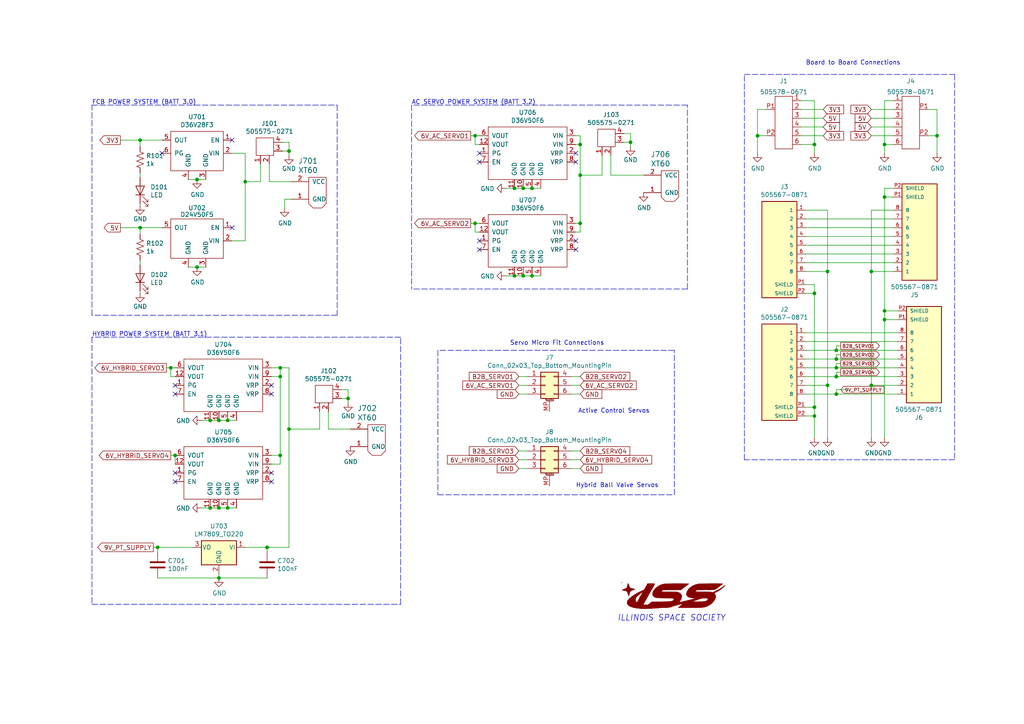
<source format=kicad_sch>
(kicad_sch (version 20211123) (generator eeschema)
  (paper "A4")
  (title_block (title "TARS - MK2 Power Management Board") (date "2021-01-11") (rev "A"))
  (lib_symbols
    (symbol "Connector_Generic_MountingPin:Conn_02x03_Top_Bottom_MountingPin" (pin_names (offset 1.016) hide)
      (property "Reference" "J" (at 1.27 5.08 0))
      (property "Value" "Conn_02x03_Top_Bottom_MountingPin" (at 2.54 -5.08 0))
      (symbol "Conn_02x03_Top_Bottom_MountingPin_1_1"
        (rectangle (start -1.27 -2.413) (end 0 -2.667) (stroke (width 0.1524)))
        (rectangle (start -1.27 0.127) (end 0 -0.127) (stroke (width 0.1524)))
        (rectangle (start -1.27 2.667) (end 0 2.413) (stroke (width 0.1524)))
        (rectangle (start -1.27 3.81) (end 3.81 -3.81) (stroke (width 0.254)) (fill (type background)))
        (polyline (pts (xy 0.254 -4.572) (xy 2.286 -4.572)) (stroke (width 0.1524)))
        (rectangle (start 3.81 -2.413) (end 2.54 -2.667) (stroke (width 0.1524)))
        (rectangle (start 3.81 0.127) (end 2.54 -0.127) (stroke (width 0.1524)))
        (rectangle (start 3.81 2.667) (end 2.54 2.413) (stroke (width 0.1524)))
        (text "Mounting" (at 1.27 -4.191 0) (effects (font (size 0.381 0.381))))
        (pin passive line (at -5.08 2.54 0) (length 3.81) (name "Pin_1") (number "1"))
        (pin passive line (at -5.08 0 0) (length 3.81) (name "Pin_2") (number "2"))
        (pin passive line (at -5.08 -2.54 0) (length 3.81) (name "Pin_3") (number "3"))
        (pin passive line (at 7.62 2.54 180) (length 3.81) (name "Pin_4") (number "4"))
        (pin passive line (at 7.62 0 180) (length 3.81) (name "Pin_5") (number "5"))
        (pin passive line (at 7.62 -2.54 180) (length 3.81) (name "Pin_6") (number "6"))
        (pin passive line (at 1.27 -7.62 90) (length 3.048) (name "MountPin") (number "MP"))
      )
    )
    (symbol "D24V50F5:C" (pin_numbers hide) (pin_names (offset 0.254))
      (property "Reference" "C" (at 0.635 2.54 0))
      (property "Value" "C" (at 0.635 -2.54 0))
      (symbol "C_0_1"
        (polyline (pts (xy -2.032 -0.762) (xy 2.032 -0.762)) (stroke (width 0.508)))
        (polyline (pts (xy -2.032 0.762) (xy 2.032 0.762)) (stroke (width 0.508)))
      )
      (symbol "C_1_1"
        (pin passive line (at 0 3.81 270) (length 2.794) (name "~") (number "1"))
        (pin passive line (at 0 -3.81 90) (length 2.794) (name "~") (number "2"))
      )
    )
    (symbol "D24V50F5:D24V50F5" (pin_names (offset 1.016))
      (property "Reference" "U" (at 0 2.54 0))
      (property "Value" "D24V50F5" (at 0 0 0))
      (property "Footprint" "D24V50F5:D24V50F5" (at 0 6.35 0))
      (symbol "D24V50F5_0_1"
        (rectangle (start -7.62 -1.27) (end 7.62 -12.7))
      )
      (symbol "D24V50F5_1_1"
        (pin input line (at -10.16 -3.81 0) (length 2.54) (name "EN") (number "1"))
        (pin input line (at -10.16 -7.62 0) (length 2.54) (name "VIN") (number "2"))
        (pin input line (at -2.54 -15.24 90) (length 2.54) (name "GND") (number "3"))
        (pin input line (at 2.54 -15.24 90) (length 2.54) (name "GND") (number "4"))
        (pin output line (at 10.16 -3.81 180) (length 2.54) (name "OUT") (number "5"))
      )
    )
    (symbol "D24V50F5:LED" (pin_numbers hide) (pin_names (offset 1.016) hide)
      (property "Reference" "D" (at 0 2.54 0))
      (property "Value" "LED" (at 0 -2.54 0))
      (symbol "LED_0_1"
        (polyline (pts (xy -1.27 -1.27) (xy -1.27 1.27)) (stroke (width 0.2032)))
        (polyline (pts (xy -1.27 0) (xy 1.27 0)))
        (polyline (pts (xy 1.27 -1.27) (xy 1.27 1.27) (xy -1.27 0) (xy 1.27 -1.27)) (stroke (width 0.2032)))
        (polyline (pts (xy -3.048 -0.762) (xy -4.572 -2.286) (xy -3.81 -2.286) (xy -4.572 -2.286) (xy -4.572 -1.524)))
        (polyline (pts (xy -1.778 -0.762) (xy -3.302 -2.286) (xy -2.54 -2.286) (xy -3.302 -2.286) (xy -3.302 -1.524)))
      )
      (symbol "LED_1_1"
        (pin passive line (at -3.81 0 0) (length 2.54) (name "K") (number "1"))
        (pin passive line (at 3.81 0 180) (length 2.54) (name "A") (number "2"))
      )
    )
    (symbol "D24V50F5:R_US" (pin_numbers hide) (pin_names (offset 0))
      (property "Reference" "R" (at 2.54 0 90))
      (property "Value" "R_US" (at -2.54 0 90))
      (symbol "R_US_0_1"
        (polyline (pts (xy 0 -2.286) (xy 0 -2.54)))
        (polyline (pts (xy 0 2.286) (xy 0 2.54)))
        (polyline (pts (xy 0 -0.762) (xy 1.016 -1.143) (xy 0 -1.524) (xy -1.016 -1.905) (xy 0 -2.286)))
        (polyline (pts (xy 0 0.762) (xy 1.016 0.381) (xy 0 0) (xy -1.016 -0.381) (xy 0 -0.762)))
        (polyline (pts (xy 0 2.286) (xy 1.016 1.905) (xy 0 1.524) (xy -1.016 1.143) (xy 0 0.762)))
      )
      (symbol "R_US_1_1"
        (pin passive line (at 0 3.81 270) (length 1.27) (name "~") (number "1"))
        (pin passive line (at 0 -3.81 90) (length 1.27) (name "~") (number "2"))
      )
    )
    (symbol "D36V28F3:D36V28F3" (pin_names (offset 1.016))
      (property "Reference" "U" (at -6.35 1.27 0))
      (property "Value" "D36V28F3" (at 2.54 1.27 0))
      (symbol "D36V28F3_1_1"
        (rectangle (start -7.62 0) (end 7.62 -11.43))
        (pin input line (at -10.16 -2.54 0) (length 2.54) (name "EN") (number "1"))
        (pin input line (at -10.16 -6.35 0) (length 2.54) (name "VIN") (number "2"))
        (pin input line (at -2.54 -13.97 90) (length 2.54) (name "GND") (number "3"))
        (pin input line (at 2.54 -13.97 90) (length 2.54) (name "GND") (number "4"))
        (pin output line (at 10.16 -2.54 180) (length 2.54) (name "OUT") (number "5"))
        (pin output line (at 10.16 -6.35 180) (length 2.54) (name "PG") (number "6"))
      )
    )
    (symbol "D36V50F6:D36V50F6" (pin_names (offset 1.016))
      (property "Reference" "U" (at 0 2.54 0))
      (property "Value" "D36V50F6" (at 0 0 0))
      (symbol "D36V50F6_0_1"
        (rectangle (start -11.43 -1.27) (end 11.43 -16.51))
      )
      (symbol "D36V50F6_1_1"
        (pin output line (at 13.97 -8.89 180) (length 2.54) (name "PG") (number "1"))
        (pin input line (at 1.27 -19.05 90) (length 2.54) (name "GND") (number "10"))
        (pin input line (at 3.81 -19.05 90) (length 2.54) (name "GND") (number "11"))
        (pin output line (at 13.97 -6.35 180) (length 2.54) (name "VOUT") (number "12"))
        (pin output line (at -13.97 -8.89 0) (length 2.54) (name "VRP") (number "2"))
        (pin input line (at -13.97 -3.81 0) (length 2.54) (name "VIN") (number "3"))
        (pin input line (at -3.81 -19.05 90) (length 2.54) (name "GND") (number "4"))
        (pin input line (at -1.27 -19.05 90) (length 2.54) (name "GND") (number "5"))
        (pin output line (at 13.97 -3.81 180) (length 2.54) (name "VOUT") (number "6"))
        (pin input line (at 13.97 -11.43 180) (length 2.54) (name "EN") (number "7"))
        (pin output line (at -13.97 -11.43 0) (length 2.54) (name "VRP") (number "8"))
        (pin input line (at -13.97 -6.35 0) (length 2.54) (name "VIN") (number "9"))
      )
    )
    (symbol "ISS_LOGO:LOGO" (pin_names (offset 1.016))
      (symbol "LOGO_0_0"
        (polyline (pts (xy -15.2654 3.6322) (xy -15.2654 3.8354) (xy -15.2908 3.8608) (xy -15.3162 3.7338) (xy -15.3162 3.6068) (xy -15.2654 3.6322)) (stroke (width 0.0254)) (fill (type outline)))
        (polyline (pts (xy -13.081 0.2032) (xy -12.954 0.6096) (xy -12.8778 0.9144) (xy -12.7762 1.1176) (xy -12.6746 1.27) (xy -12.5476 1.3462) (xy -12.3698 1.4224) (xy -12.1158 1.524) (xy -11.7348 1.651) (xy -11.5316 1.7272) (xy -11.43 1.7526) (xy -11.43 1.778) (xy -11.5062 1.8542) (xy -11.684 1.9304) (xy -11.938 1.9812) (xy -12.2174 2.0574) (xy -12.5222 2.1082) (xy -12.7254 2.2098) (xy -12.8778 2.3368) (xy -12.9794 2.54) (xy -13.081 2.8448) (xy -13.1318 2.921) (xy -13.2334 3.2258) (xy -13.3858 3.5306) (xy -13.4112 3.5052) (xy -13.4874 3.3782) (xy -13.5382 3.1496) (xy -13.6906 2.54) (xy -13.7668 2.3114) (xy -13.8684 2.1844) (xy -13.9954 2.0828) (xy -14.1986 2.0066) (xy -14.478 1.905) (xy -14.605 1.8542) (xy -14.8844 1.7526) (xy -15.0876 1.651) (xy -15.1638 1.6002) (xy -15.1384 1.6002) (xy -15.0114 1.5494) (xy -14.7828 1.4732) (xy -14.4526 1.397) (xy -13.7668 1.2192) (xy -13.5636 0.762) (xy -13.4874 0.5588) (xy -13.3858 0.2794) (xy -13.2842 0.0508) (xy -13.1826 -0.2032) (xy -13.081 0.2032)) (stroke (width 0.0254)) (fill (type outline)))
        (polyline (pts (xy -8.0264 -3.8354) (xy -7.3152 -3.81) (xy -6.5786 -3.7846) (xy -5.8166 -3.7338) (xy -5.1054 -3.683) (xy -4.826 -3.6576) (xy -4.2418 -3.6068) (xy -3.6322 -3.5814) (xy -3.0988 -3.556) (xy -2.3368 -3.556) (xy -1.5494 -3.4798) (xy -0.889 -3.3528) (xy -0.3556 -3.1242) (xy -0.1778 -3.0734) (xy 0.127 -2.9718) (xy 0.508 -2.8702) (xy 0.9398 -2.7686) (xy 0.9906 -2.7432) (xy 1.5494 -2.6162) (xy 2.1844 -2.4892) (xy 2.3114 -2.4892) (xy 2.3114 -2.54) (xy 2.2352 -2.6162) (xy 2.0574 -2.7686) (xy 1.778 -2.9464) (xy 1.5748 -3.1242) (xy 1.3208 -3.3274) (xy 1.1684 -3.4544) (xy 1.1176 -3.5306) (xy 1.6256 -3.5306) (xy 2.0574 -3.556) (xy 6.2738 -3.556) (xy 6.9342 -3.5306) (xy 7.4676 -3.5306) (xy 7.9248 -3.5052) (xy 8.2804 -3.4798) (xy 8.5852 -3.429) (xy 8.8392 -3.3782) (xy 9.0678 -3.302) (xy 9.3218 -3.2258) (xy 9.5504 -3.0988) (xy 9.8298 -2.9718) (xy 10.0076 -2.8956) (xy 10.5664 -2.54) (xy 11.049 -2.1336) (xy 11.43 -1.6764) (xy 11.7602 -1.2192) (xy 11.938 -0.762) (xy 12.0396 -0.3302) (xy 11.9888 0.0762) (xy 11.811 0.4064) (xy 11.5824 0.6858) (xy 12.1158 0.9398) (xy 12.2682 1.016) (xy 13.0556 1.4732) (xy 13.7414 1.9558) (xy 14.3256 2.4384) (xy 14.605 2.7178) (xy 14.7574 2.8956) (xy 14.8082 2.9718) (xy 14.7828 2.9718) (xy 14.6558 2.8956) (xy 14.4272 2.7686) (xy 14.1478 2.5654) (xy 14.097 2.5146) (xy 13.7414 2.286) (xy 13.3096 2.0066) (xy 12.827 1.7272) (xy 12.3444 1.4986) (xy 11.2014 0.9144) (xy 10.7188 1.016) (xy 10.6172 1.016) (xy 10.3378 1.0414) (xy 9.906 1.0668) (xy 9.398 1.0922) (xy 8.2296 1.0922) (xy 7.8994 1.1176) (xy 6.9088 1.1176) (xy 6.5532 1.143) (xy 6.3246 1.143) (xy 6.223 1.1684) (xy 6.223 1.27) (xy 6.2992 1.4224) (xy 6.3754 1.4986) (xy 6.4516 1.5494) (xy 6.5532 1.5748) (xy 6.7056 1.5748) (xy 6.9596 1.6002) (xy 8.3312 1.6002) (xy 9.0678 1.6256) (xy 9.7536 1.6002) (xy 10.3378 1.6002) (xy 10.8204 1.6256) (xy 11.2014 1.6256) (xy 11.4808 1.651) (xy 11.7348 1.7018) (xy 11.938 1.778) (xy 12.1158 1.905) (xy 12.319 2.032) (xy 12.573 2.2352) (xy 13.081 2.6162) (xy 13.4112 2.8702) (xy 13.6652 3.048) (xy 13.8176 3.175) (xy 13.843 3.2004) (xy 13.9954 3.3274) (xy 14.0462 3.4036) (xy 14.0462 3.429) (xy 13.8938 3.429) (xy 13.6144 3.4544) (xy 13.208 3.4544) (xy 12.7254 3.4798) (xy 10.16 3.4798) (xy 9.4996 3.4544) (xy 8.8646 3.4544) (xy 8.255 3.429) (xy 7.747 3.429) (xy 7.3152 3.4036) (xy 6.985 3.3782) (xy 6.8072 3.3528) (xy 5.9944 3.1242) (xy 5.207 2.7686) (xy 4.572 2.3114) (xy 4.0386 1.778) (xy 3.683 1.1684) (xy 3.5306 0.762) (xy 3.4798 0.381) (xy 3.556 0.0762) (xy 3.7338 -0.1778) (xy 4.0132 -0.4064) (xy 4.3688 -0.5842) (xy 4.826 -0.6858) (xy 5.461 -0.762) (xy 6.2992 -0.8128) (xy 5.588 -0.9906) (xy 5.4102 -1.0414) (xy 5.08 -1.1176) (xy 4.6482 -1.2192) (xy 4.1656 -1.3462) (xy 3.6576 -1.4732) (xy 3.1496 -1.5748) (xy 2.6416 -1.7018) (xy 2.54 -1.7272) (xy 5.334 -1.7272) (xy 5.3594 -1.6764) (xy 5.461 -1.651) (xy 6.0706 -1.4478) (xy 6.7056 -1.2446) (xy 7.1882 -1.0668) (xy 7.5946 -0.9652) (xy 7.9248 -0.8636) (xy 8.1534 -0.8128) (xy 8.382 -0.7874) (xy 8.5598 -0.762) (xy 9.0678 -0.762) (xy 9.4488 -0.8128) (xy 9.652 -0.9398) (xy 9.7282 -1.0922) (xy 9.7028 -1.1938) (xy 9.5504 -1.397) (xy 9.2456 -1.5748) (xy 8.89 -1.6764) (xy 8.8646 -1.6764) (xy 8.6614 -1.7018) (xy 8.3058 -1.7272) (xy 7.8486 -1.7526) (xy 7.3406 -1.7526) (xy 6.7818 -1.778) (xy 6.223 -1.7526) (xy 5.5372 -1.7526) (xy 5.3848 -1.7272) (xy 5.334 -1.7272) (xy 2.54 -1.7272) (xy 2.2098 -1.8034) (xy 1.8542 -1.8796) (xy 1.6256 -1.9304) (xy 1.4986 -1.9304) (xy 1.4986 -1.905) (xy 1.6002 -1.7272) (xy 1.7272 -1.524) (xy 1.9304 -1.1684) (xy 2.1336 -0.6604) (xy 2.1844 -0.2032) (xy 2.0828 0.2286) (xy 1.8034 0.5588) (xy 1.397 0.8382) (xy 1.3208 0.889) (xy 1.0668 0.9906) (xy 0.9144 1.016) (xy 0.6858 1.0414) (xy 0.4064 1.0668) (xy -0.4826 1.0668) (xy -1.143 1.0922) (xy -3.048 1.0922) (xy -3.3274 1.1176) (xy -3.4544 1.1176) (xy -3.6068 1.143) (xy -3.6322 1.27) (xy -3.5052 1.4478) (xy -3.4544 1.4986) (xy -3.3782 1.524) (xy -3.2766 1.5494) (xy -3.0988 1.5748) (xy -2.8702 1.6002) (xy 1.8796 1.6002) (xy 2.54 2.0828) (xy 2.6162 2.159) (xy 3.3782 2.7178) (xy 3.7084 2.9718) (xy 3.7592 2.9972) (xy 3.9878 3.2004) (xy 4.1656 3.3274) (xy 4.2164 3.4036) (xy 4.2164 3.429) (xy 4.0894 3.429) (xy 3.81 3.4544) (xy 2.8956 3.4544) (xy 2.286 3.4798) (xy -0.1016 3.4798) (xy -0.889 3.4544) (xy -1.5494 3.4544) (xy -2.0828 3.429) (xy -2.54 3.4036) (xy -2.921 3.3782) (xy -3.2512 3.302) (xy -3.5052 3.2512) (xy -3.7846 3.1496) (xy -4.0386 3.048) (xy -4.3434 2.8956) (xy -4.9784 2.5146) (xy -5.4864 2.0828) (xy -5.9182 1.6002) (xy -6.1976 1.0922) (xy -6.3246 0.5588) (xy -6.3246 0.2794) (xy -6.2484 -0.0254) (xy -6.0198 -0.2794) (xy -5.6388 -0.5334) (xy -5.5626 -0.5588) (xy -5.3086 -0.6604) (xy -5.1308 -0.6858) (xy -4.8768 -0.7112) (xy -4.5466 -0.7112) (xy -4.1148 -0.7366) (xy -3.5306 -0.7366) (xy -2.8194 -0.762) (xy -2.159 -0.762) (xy -1.5748 -0.7874) (xy -1.1176 -0.7874) (xy -0.762 -0.8128) (xy -0.5334 -0.8382) (xy -0.381 -0.8636) (xy -0.2794 -0.889) (xy -0.2032 -0.9398) (xy -0.1778 -0.9652) (xy -0.127 -1.0922) (xy -0.1778 -1.2446) (xy -0.381 -1.4478) (xy -0.5842 -1.5748) (xy -0.6604 -1.6002) (xy -0.762 -1.651) (xy -0.9144 -1.6764) (xy -1.143 -1.7018) (xy -1.4224 -1.7272) (xy -1.8034 -1.7272) (xy -2.3114 -1.7526) (xy -2.9464 -1.7526) (xy -3.7338 -1.778) (xy -6.5532 -1.8288) (xy -7.1374 -2.2606) (xy -7.7216 -2.7178) (xy -8.3058 -2.6924) (xy -8.6106 -2.667) (xy -8.8392 -2.6416) (xy -8.9408 -2.6162) (xy -8.9408 -2.5908) (xy -8.9154 -2.5146) (xy -8.8646 -2.413) (xy -8.763 -2.2352) (xy -8.636 -1.9812) (xy -8.4582 -1.651) (xy -8.2296 -1.2446) (xy -7.9248 -0.7112) (xy -7.5946 -0.1016) (xy -7.1628 0.635) (xy -6.6802 1.4986) (xy -6.096 2.5146) (xy -5.9182 2.8448) (xy -5.7658 3.1242) (xy -5.6896 3.3274) (xy -5.6642 3.429) (xy -5.7658 3.4544) (xy -5.9944 3.4544) (xy -6.3246 3.4798) (xy -7.747 3.4798) (xy -8.255 2.5908) (xy -8.763 1.6764) (xy -9.9568 1.1176) (xy -10.541 0.8128) (xy -11.3284 0.381) (xy -12.0142 -0.0762) (xy -12.6238 -0.508) (xy -13.081 -0.9144) (xy -13.3858 -1.2446) (xy -11.2522 -1.2446) (xy -11.2268 -1.016) (xy -11.0998 -0.635) (xy -10.795 -0.254) (xy -10.3632 0.1524) (xy -9.779 0.5842) (xy -9.6266 0.6858) (xy -9.3726 0.8636) (xy -9.2202 0.9144) (xy -9.1694 0.9144) (xy -9.3218 0.6604) (xy -9.4742 0.4318) (xy -9.6774 0.1016) (xy -9.8806 -0.254) (xy -10.0584 -0.5588) (xy -10.2616 -0.9652) (xy -10.4648 -1.3208) (xy -10.5918 -1.6002) (xy -10.8458 -2.032) (xy -11.1252 -1.7526) (xy -11.2268 -1.524) (xy -11.2522 -1.2446) (xy -13.3858 -1.2446) (xy -13.4366 -1.2954) (xy -13.6398 -1.651) (xy -13.6906 -1.778) (xy -13.716 -2.2098) (xy -13.589 -2.5654) (xy -13.3096 -2.8956) (xy -12.8778 -3.175) (xy -12.2682 -3.4036) (xy -11.5062 -3.6068) (xy -10.5664 -3.7338) (xy -9.4742 -3.8354) (xy -9.144 -3.8608) (xy -8.636 -3.8608) (xy -8.0264 -3.8354)) (stroke (width 0.0254)) (fill (type outline)))
      )
    )
    (symbol "Molex_MLplus_2pos2.00mm:505575-0271" (pin_names (offset 1.016))
      (property "Reference" "J" (at 2.54 5.08 0))
      (property "Value" "505575-0271" (at 0 7.62 0))
      (symbol "505575-0271_0_1"
        (rectangle (start -2.54 0) (end 2.54 -5.08))
      )
      (symbol "505575-0271_1_1"
        (pin input line (at -5.08 -1.27 0) (length 2.54) (name "~") (number "1"))
        (pin input line (at -5.08 -3.81 0) (length 2.54) (name "~") (number "2"))
        (pin input line (at -1.27 -7.62 90) (length 2.54) (name "~") (number "3"))
        (pin input line (at 1.27 -7.62 90) (length 2.54) (name "~") (number "4"))
      )
    )
    (symbol "Molex_MLplus_6pos2.00mm:505578-0671" (pin_names (offset 1.016))
      (property "Reference" "J" (at 0 3.81 0))
      (property "Value" "505578-0671" (at 0 11.43 0))
      (symbol "505578-0671_0_1"
        (rectangle (start -3.81 0) (end 11.43 -5.08))
      )
      (symbol "505578-0671_1_1"
        (pin input line (at -2.54 2.54 270) (length 2.54) (name "~") (number "1"))
        (pin input line (at 0 2.54 270) (length 2.54) (name "~") (number "2"))
        (pin input line (at 2.54 2.54 270) (length 2.54) (name "~") (number "3"))
        (pin input line (at 5.08 2.54 270) (length 2.54) (name "~") (number "4"))
        (pin input line (at 7.62 2.54 270) (length 2.54) (name "~") (number "5"))
        (pin input line (at 10.16 2.54 270) (length 2.54) (name "~") (number "6"))
        (pin input line (at 0 -7.62 90) (length 2.54) (name "~") (number "P1"))
        (pin input line (at 7.62 -7.62 90) (length 2.54) (name "~") (number "P2"))
      )
    )
    (symbol "Molex_MLplus_8pos2.00mm:505567-0871" (pin_names (offset 1.016))
      (property "Reference" "J" (at -5.08 12.7 0))
      (property "Value" "505567-0871" (at -5.08 -17.145 0))
      (symbol "505567-0871_0_0"
        (rectangle (start -5.08 -15.24) (end 5.08 12.7) (stroke (width 0.254)) (fill (type background)))
        (pin passive line (at 7.62 10.16 180) (length 2.54) (name "1") (number "1"))
        (pin passive line (at 7.62 7.62 180) (length 2.54) (name "2") (number "2"))
        (pin passive line (at 7.62 5.08 180) (length 2.54) (name "3") (number "3"))
        (pin passive line (at 7.62 2.54 180) (length 2.54) (name "4") (number "4"))
        (pin passive line (at 7.62 0 180) (length 2.54) (name "5") (number "5"))
        (pin passive line (at 7.62 -2.54 180) (length 2.54) (name "6") (number "6"))
        (pin passive line (at 7.62 -5.08 180) (length 2.54) (name "7") (number "7"))
        (pin passive line (at 7.62 -7.62 180) (length 2.54) (name "8") (number "8"))
        (pin passive line (at 7.62 -11.43 180) (length 2.54) (name "SHIELD") (number "P1"))
        (pin passive line (at 7.62 -13.97 180) (length 2.54) (name "SHIELD") (number "P2"))
      )
    )
    (symbol "Regulator_Linear:LM7809_TO220" (pin_names (offset 0.254))
      (property "Reference" "U" (at -3.81 3.175 0))
      (property "Value" "LM7809_TO220" (at 0 3.175 0))
      (symbol "LM7809_TO220_0_1"
        (rectangle (start -5.08 1.905) (end 5.08 -5.08) (stroke (width 0.254)) (fill (type background)))
      )
      (symbol "LM7809_TO220_1_1"
        (pin power_in line (at -7.62 0 0) (length 2.54) (name "VI") (number "1"))
        (pin power_in line (at 0 -7.62 90) (length 2.54) (name "GND") (number "2"))
        (pin power_out line (at 7.62 0 180) (length 2.54) (name "VO") (number "3"))
      )
    )
    (symbol "XT60:XT60" (pin_names (offset 1.016))
      (property "Reference" "J" (at 0 6.35 0))
      (property "Value" "XT60" (at 0 -5.08 0))
      (symbol "XT60_0_1"
        (polyline (pts (xy -2.54 -3.81) (xy -2.54 3.81) (xy -1.27 5.08) (xy 1.27 5.08) (xy 2.54 3.81) (xy 2.54 -3.81) (xy -2.54 -3.81)))
      )
      (symbol "XT60_1_1"
        (pin power_in line (at -7.62 2.54 0) (length 5.08) (name "GND") (number "1"))
        (pin power_in line (at -7.62 -2.54 0) (length 5.08) (name "VCC") (number "2"))
      )
    )
    (symbol "power:GND" (power) (pin_names (offset 0))
      (property "Value" "GND" (at 0 -3.81 0))
      (symbol "GND_0_1"
        (polyline (pts (xy 0 0) (xy 0 -1.27) (xy 1.27 -1.27) (xy 0 -2.54) (xy -1.27 -1.27) (xy 0 -1.27)))
      )
      (symbol "GND_1_1"
        (pin power_in line (at 0 0 270) (length 0) hide (name "GND") (number "1"))
      )
    )
  )
  (junction (at 83.82 43.815))
  (junction (at 242.57 109.22))
  (junction (at 81.28 132.08))
  (junction (at 151.765 54.61))
  (junction (at 154.305 80.01))
  (junction (at 151.765 80.01))
  (junction (at 57.15 77.47))
  (junction (at 149.225 54.61))
  (junction (at 66.04 121.92))
  (junction (at 81.28 106.68))
  (junction (at 60.96 121.92))
  (junction (at 219.71 39.37))
  (junction (at 154.305 54.61))
  (junction (at 256.54 57.15))
  (junction (at 49.53 106.68))
  (junction (at 63.5 121.92))
  (junction (at 40.64 40.64))
  (junction (at 271.78 39.37))
  (junction (at 236.22 41.91))
  (junction (at 168.275 64.77))
  (junction (at 242.57 101.6))
  (junction (at 236.22 118.11))
  (junction (at 256.54 41.91))
  (junction (at 83.82 124.46))
  (junction (at 252.73 78.74))
  (junction (at 63.5 167.64))
  (junction (at 236.22 85.09))
  (junction (at 137.795 39.37))
  (junction (at 40.64 66.04))
  (junction (at 81.28 109.22))
  (junction (at 60.96 147.32))
  (junction (at 182.88 41.275))
  (junction (at 63.5 147.32))
  (junction (at 256.54 92.71))
  (junction (at 66.04 147.32))
  (junction (at 168.275 50.8))
  (junction (at 242.57 106.68))
  (junction (at 168.275 41.91))
  (junction (at 100.965 115.57))
  (junction (at 236.22 120.65))
  (junction (at 149.225 80.01))
  (junction (at 242.57 104.14))
  (junction (at 240.03 111.76))
  (junction (at 57.15 52.07))
  (junction (at 137.795 64.77))
  (junction (at 242.57 114.3))
  (junction (at 256.54 90.17))
  (junction (at 240.03 78.74))
  (junction (at 50.8 132.08))
  (junction (at 77.47 158.75))
  (junction (at 71.12 52.705))
  (junction (at 45.72 158.75))
  (junction (at 252.73 111.76))
  (no_connect (at 167.005 72.39))
  (no_connect (at 139.065 44.45))
  (no_connect (at 139.065 69.85))
  (no_connect (at 50.8 139.7))
  (no_connect (at 167.005 44.45))
  (no_connect (at 50.8 111.76))
  (no_connect (at 167.005 46.99))
  (no_connect (at 139.065 72.39))
  (no_connect (at 78.74 137.16))
  (no_connect (at 50.8 114.3))
  (no_connect (at 67.31 66.04))
  (no_connect (at 67.31 40.64))
  (no_connect (at 50.8 137.16))
  (no_connect (at 78.74 111.76))
  (no_connect (at 46.99 44.45))
  (no_connect (at 78.74 139.7))
  (no_connect (at 167.005 69.85))
  (no_connect (at 78.74 114.3))
  (no_connect (at 139.065 46.99))
  (wire (pts (xy 150.495 114.3) (xy 153.035 114.3)))
  (wire (pts (xy 242.57 106.68) (xy 260.35 106.68)))
  (wire (pts (xy 150.495 109.22) (xy 153.035 109.22)))
  (wire (pts (xy 252.73 39.37) (xy 259.08 39.37)))
  (wire (pts (xy 242.57 104.14) (xy 260.35 104.14)))
  (wire (pts (xy 232.41 31.75) (xy 238.76 31.75)))
  (wire (pts (xy 60.96 147.32) (xy 58.42 147.32)))
  (wire (pts (xy 233.68 82.55) (xy 236.22 82.55)))
  (wire (pts (xy 177.165 50.8) (xy 186.69 50.8)))
  (wire (pts (xy 233.68 106.68) (xy 242.57 106.68)))
  (wire (pts (xy 259.08 29.21) (xy 256.54 29.21)))
  (wire (pts (xy 174.625 50.8) (xy 168.275 50.8)))
  (wire (pts (xy 232.41 34.29) (xy 238.76 34.29)))
  (wire (pts (xy 233.68 85.09) (xy 236.22 85.09)))
  (wire (pts (xy 236.22 29.21) (xy 236.22 41.91)))
  (wire (pts (xy 233.68 60.96) (xy 240.03 60.96)))
  (wire (pts (xy 95.25 119.38) (xy 95.25 124.46)))
  (wire (pts (xy 83.82 43.815) (xy 81.915 43.815)))
  (wire (pts (xy 233.68 71.12) (xy 259.08 71.12)))
  (wire (pts (xy 150.495 135.89) (xy 153.035 135.89)))
  (wire (pts (xy 100.965 113.03) (xy 100.965 115.57)))
  (wire (pts (xy 75.565 47.625) (xy 75.565 52.705)))
  (wire (pts (xy 165.735 130.81) (xy 168.275 130.81)))
  (wire (pts (xy 83.82 41.275) (xy 83.82 43.815)))
  (wire (pts (xy 167.005 41.91) (xy 168.275 41.91)))
  (wire (pts (xy 236.22 85.09) (xy 236.22 118.11)))
  (wire (pts (xy 252.73 34.29) (xy 259.08 34.29)))
  (wire (pts (xy 40.64 66.04) (xy 34.925 66.04)))
  (wire (pts (xy 182.88 41.275) (xy 182.88 42.545)))
  (wire (pts (xy 48.26 106.68) (xy 49.53 106.68)))
  (wire (pts (xy 151.765 54.61) (xy 154.305 54.61)))
  (wire (pts (xy 236.22 120.65) (xy 236.22 127)))
  (wire (pts (xy 83.82 124.46) (xy 83.82 158.75)))
  (wire (pts (xy 242.57 109.22) (xy 260.35 109.22)))
  (wire (pts (xy 71.12 52.705) (xy 71.12 69.85)))
  (polyline (pts (xy 26.67 97.79) (xy 26.67 175.26)))
  (wire (pts (xy 57.15 77.47) (xy 59.69 77.47)))
  (wire (pts (xy 168.275 39.37) (xy 168.275 41.91)))
  (polyline (pts (xy 199.39 83.82) (xy 199.39 30.48)))
  (wire (pts (xy 168.275 111.76) (xy 165.735 111.76)))
  (wire (pts (xy 269.24 31.75) (xy 271.78 31.75)))
  (wire (pts (xy 232.41 36.83) (xy 238.76 36.83)))
  (wire (pts (xy 81.28 109.22) (xy 81.28 132.08)))
  (wire (pts (xy 233.68 120.65) (xy 236.22 120.65)))
  (wire (pts (xy 242.57 105.41) (xy 243.84 105.41)))
  (wire (pts (xy 153.035 130.81) (xy 150.495 130.81)))
  (wire (pts (xy 40.64 42.545) (xy 40.64 40.64)))
  (wire (pts (xy 236.22 118.11) (xy 236.22 120.65)))
  (wire (pts (xy 233.68 101.6) (xy 242.57 101.6)))
  (wire (pts (xy 63.5 121.92) (xy 66.04 121.92)))
  (wire (pts (xy 259.08 57.15) (xy 256.54 57.15)))
  (wire (pts (xy 137.795 64.77) (xy 139.065 64.77)))
  (wire (pts (xy 232.41 39.37) (xy 238.76 39.37)))
  (wire (pts (xy 68.58 121.92) (xy 66.04 121.92)))
  (wire (pts (xy 100.965 115.57) (xy 99.06 115.57)))
  (wire (pts (xy 81.28 106.68) (xy 83.82 106.68)))
  (wire (pts (xy 40.64 76.835) (xy 40.64 75.565)))
  (wire (pts (xy 77.47 167.64) (xy 63.5 167.64)))
  (wire (pts (xy 137.795 67.31) (xy 137.795 64.77)))
  (wire (pts (xy 232.41 41.91) (xy 236.22 41.91)))
  (wire (pts (xy 165.735 109.22) (xy 168.275 109.22)))
  (wire (pts (xy 149.225 54.61) (xy 146.685 54.61)))
  (wire (pts (xy 82.55 57.785) (xy 84.455 57.785)))
  (wire (pts (xy 153.035 133.35) (xy 150.495 133.35)))
  (wire (pts (xy 81.915 41.275) (xy 83.82 41.275)))
  (wire (pts (xy 242.57 113.03) (xy 245.11 113.03)))
  (wire (pts (xy 252.73 78.74) (xy 252.73 60.96)))
  (polyline (pts (xy 276.86 21.59) (xy 276.86 133.35)))
  (polyline (pts (xy 26.67 175.26) (xy 116.205 175.26)))
  (wire (pts (xy 259.08 41.91) (xy 256.54 41.91)))
  (wire (pts (xy 242.57 102.87) (xy 243.84 102.87)))
  (wire (pts (xy 149.225 80.01) (xy 146.685 80.01)))
  (wire (pts (xy 95.25 124.46) (xy 101.6 124.46)))
  (wire (pts (xy 252.73 127) (xy 252.73 111.76)))
  (wire (pts (xy 46.99 66.04) (xy 40.64 66.04)))
  (wire (pts (xy 240.03 78.74) (xy 240.03 111.76)))
  (wire (pts (xy 219.71 39.37) (xy 219.71 44.45)))
  (polyline (pts (xy 195.58 143.51) (xy 195.58 101.6)))
  (wire (pts (xy 182.88 38.735) (xy 182.88 41.275)))
  (wire (pts (xy 259.08 78.74) (xy 252.73 78.74)))
  (wire (pts (xy 168.275 64.77) (xy 168.275 67.31)))
  (wire (pts (xy 242.57 104.14) (xy 242.57 102.87)))
  (wire (pts (xy 242.57 100.33) (xy 243.84 100.33)))
  (wire (pts (xy 168.275 50.8) (xy 168.275 64.77)))
  (wire (pts (xy 259.08 54.61) (xy 256.54 54.61)))
  (wire (pts (xy 81.28 132.08) (xy 78.74 132.08)))
  (wire (pts (xy 137.795 39.37) (xy 139.065 39.37)))
  (wire (pts (xy 271.78 39.37) (xy 271.78 44.45)))
  (wire (pts (xy 233.68 118.11) (xy 236.22 118.11)))
  (wire (pts (xy 233.68 76.2) (xy 259.08 76.2)))
  (wire (pts (xy 242.57 101.6) (xy 260.35 101.6)))
  (wire (pts (xy 256.54 41.91) (xy 256.54 44.45)))
  (wire (pts (xy 252.73 60.96) (xy 259.08 60.96)))
  (wire (pts (xy 167.005 39.37) (xy 168.275 39.37)))
  (polyline (pts (xy 215.9 21.59) (xy 276.86 21.59)))
  (wire (pts (xy 156.845 80.01) (xy 154.305 80.01)))
  (wire (pts (xy 82.55 60.325) (xy 82.55 57.785)))
  (wire (pts (xy 46.99 40.64) (xy 40.64 40.64)))
  (wire (pts (xy 92.71 124.46) (xy 92.71 119.38)))
  (wire (pts (xy 68.58 147.32) (xy 66.04 147.32)))
  (wire (pts (xy 271.78 31.75) (xy 271.78 39.37)))
  (wire (pts (xy 242.57 101.6) (xy 242.57 100.33)))
  (wire (pts (xy 240.03 60.96) (xy 240.03 78.74)))
  (wire (pts (xy 242.57 109.22) (xy 242.57 107.95)))
  (wire (pts (xy 60.96 121.92) (xy 58.42 121.92)))
  (wire (pts (xy 233.68 66.04) (xy 259.08 66.04)))
  (polyline (pts (xy 116.205 97.79) (xy 26.67 97.79)))
  (wire (pts (xy 63.5 147.32) (xy 66.04 147.32)))
  (wire (pts (xy 100.965 115.57) (xy 100.965 116.84)))
  (wire (pts (xy 259.08 31.75) (xy 252.73 31.75)))
  (wire (pts (xy 233.68 96.52) (xy 260.35 96.52)))
  (polyline (pts (xy 97.79 91.44) (xy 26.67 91.44)))
  (wire (pts (xy 252.73 36.83) (xy 259.08 36.83)))
  (wire (pts (xy 45.72 158.75) (xy 44.45 158.75)))
  (wire (pts (xy 233.68 73.66) (xy 259.08 73.66)))
  (wire (pts (xy 75.565 52.705) (xy 71.12 52.705)))
  (wire (pts (xy 83.82 158.75) (xy 77.47 158.75)))
  (wire (pts (xy 50.8 109.22) (xy 49.53 109.22)))
  (wire (pts (xy 63.5 166.37) (xy 63.5 167.64)))
  (wire (pts (xy 54.61 77.47) (xy 57.15 77.47)))
  (polyline (pts (xy 127 143.51) (xy 195.58 143.51)))
  (wire (pts (xy 57.15 52.07) (xy 59.69 52.07)))
  (wire (pts (xy 168.275 64.77) (xy 167.005 64.77)))
  (polyline (pts (xy 195.58 101.6) (xy 127 101.6)))
  (wire (pts (xy 139.065 67.31) (xy 137.795 67.31)))
  (wire (pts (xy 139.065 41.91) (xy 137.795 41.91)))
  (wire (pts (xy 81.28 106.68) (xy 81.28 109.22)))
  (wire (pts (xy 165.735 114.3) (xy 168.275 114.3)))
  (wire (pts (xy 84.455 52.705) (xy 78.105 52.705)))
  (wire (pts (xy 256.54 92.71) (xy 256.54 127)))
  (wire (pts (xy 260.35 92.71) (xy 256.54 92.71)))
  (wire (pts (xy 232.41 29.21) (xy 236.22 29.21)))
  (wire (pts (xy 269.24 39.37) (xy 271.78 39.37)))
  (wire (pts (xy 242.57 106.68) (xy 242.57 105.41)))
  (wire (pts (xy 242.57 114.3) (xy 242.57 113.03)))
  (polyline (pts (xy 116.205 175.26) (xy 116.205 97.79)))
  (wire (pts (xy 99.06 113.03) (xy 100.965 113.03)))
  (wire (pts (xy 136.525 39.37) (xy 137.795 39.37)))
  (wire (pts (xy 233.68 114.3) (xy 242.57 114.3)))
  (wire (pts (xy 45.72 158.75) (xy 45.72 160.02)))
  (wire (pts (xy 260.35 90.17) (xy 256.54 90.17)))
  (polyline (pts (xy 127 101.6) (xy 127 143.51)))
  (wire (pts (xy 240.03 111.76) (xy 240.03 127)))
  (wire (pts (xy 71.12 69.85) (xy 67.31 69.85)))
  (wire (pts (xy 242.57 114.3) (xy 260.35 114.3)))
  (wire (pts (xy 71.12 44.45) (xy 71.12 52.705)))
  (wire (pts (xy 233.68 109.22) (xy 242.57 109.22)))
  (wire (pts (xy 83.82 124.46) (xy 92.71 124.46)))
  (wire (pts (xy 78.74 106.68) (xy 81.28 106.68)))
  (wire (pts (xy 77.47 160.02) (xy 77.47 158.75)))
  (wire (pts (xy 222.25 39.37) (xy 219.71 39.37)))
  (wire (pts (xy 233.68 78.74) (xy 240.03 78.74)))
  (wire (pts (xy 137.795 41.91) (xy 137.795 39.37)))
  (wire (pts (xy 252.73 111.76) (xy 252.73 78.74)))
  (wire (pts (xy 50.8 132.08) (xy 50.8 134.62)))
  (wire (pts (xy 49.53 106.68) (xy 50.8 106.68)))
  (wire (pts (xy 83.82 43.815) (xy 83.82 45.085)))
  (wire (pts (xy 63.5 167.64) (xy 45.72 167.64)))
  (wire (pts (xy 168.275 133.35) (xy 165.735 133.35)))
  (polyline (pts (xy 215.9 133.35) (xy 215.9 21.59)))
  (polyline (pts (xy 26.67 30.48) (xy 97.79 30.48)))
  (wire (pts (xy 168.275 135.89) (xy 165.735 135.89)))
  (wire (pts (xy 54.61 52.07) (xy 57.15 52.07)))
  (wire (pts (xy 256.54 57.15) (xy 256.54 90.17)))
  (wire (pts (xy 233.68 99.06) (xy 260.35 99.06)))
  (polyline (pts (xy 276.86 133.35) (xy 215.9 133.35)))
  (polyline (pts (xy 97.79 30.48) (xy 97.79 91.44)))
  (wire (pts (xy 40.64 67.945) (xy 40.64 66.04)))
  (wire (pts (xy 77.47 158.75) (xy 71.12 158.75)))
  (wire (pts (xy 233.68 104.14) (xy 242.57 104.14)))
  (wire (pts (xy 236.22 82.55) (xy 236.22 85.09)))
  (wire (pts (xy 256.54 54.61) (xy 256.54 57.15)))
  (wire (pts (xy 83.82 106.68) (xy 83.82 124.46)))
  (wire (pts (xy 136.525 64.77) (xy 137.795 64.77)))
  (wire (pts (xy 151.765 54.61) (xy 149.225 54.61)))
  (wire (pts (xy 40.64 51.435) (xy 40.64 50.165)))
  (wire (pts (xy 49.53 109.22) (xy 49.53 106.68)))
  (polyline (pts (xy 199.39 83.82) (xy 119.38 83.82)))
  (polyline (pts (xy 119.38 30.48) (xy 119.38 83.82)))
  (polyline (pts (xy 199.39 30.48) (xy 119.38 30.48)))
  (wire (pts (xy 180.975 38.735) (xy 182.88 38.735)))
  (wire (pts (xy 81.28 132.08) (xy 81.28 134.62)))
  (wire (pts (xy 219.71 31.75) (xy 219.71 39.37)))
  (wire (pts (xy 78.74 134.62) (xy 81.28 134.62)))
  (wire (pts (xy 156.845 54.61) (xy 154.305 54.61)))
  (wire (pts (xy 174.625 45.085) (xy 174.625 50.8)))
  (wire (pts (xy 78.105 52.705) (xy 78.105 47.625)))
  (polyline (pts (xy 26.67 91.44) (xy 26.67 30.48)))
  (wire (pts (xy 182.88 41.275) (xy 180.975 41.275)))
  (wire (pts (xy 49.53 132.08) (xy 50.8 132.08)))
  (wire (pts (xy 55.88 158.75) (xy 45.72 158.75)))
  (wire (pts (xy 233.68 111.76) (xy 240.03 111.76)))
  (wire (pts (xy 260.35 111.76) (xy 252.73 111.76)))
  (wire (pts (xy 67.31 44.45) (xy 71.12 44.45)))
  (wire (pts (xy 151.765 80.01) (xy 149.225 80.01)))
  (wire (pts (xy 256.54 90.17) (xy 256.54 92.71)))
  (wire (pts (xy 236.22 41.91) (xy 236.22 44.45)))
  (wire (pts (xy 63.5 147.32) (xy 60.96 147.32)))
  (wire (pts (xy 168.275 41.91) (xy 168.275 50.8)))
  (wire (pts (xy 40.64 85.09) (xy 40.64 84.455)))
  (wire (pts (xy 242.57 107.95) (xy 243.84 107.95)))
  (wire (pts (xy 81.28 109.22) (xy 78.74 109.22)))
  (wire (pts (xy 233.68 68.58) (xy 259.08 68.58)))
  (wire (pts (xy 222.25 31.75) (xy 219.71 31.75)))
  (wire (pts (xy 40.64 59.69) (xy 40.64 59.055)))
  (wire (pts (xy 168.275 67.31) (xy 167.005 67.31)))
  (wire (pts (xy 153.035 111.76) (xy 150.495 111.76)))
  (wire (pts (xy 256.54 29.21) (xy 256.54 41.91)))
  (wire (pts (xy 233.68 63.5) (xy 259.08 63.5)))
  (wire (pts (xy 177.165 45.085) (xy 177.165 50.8)))
  (wire (pts (xy 63.5 121.92) (xy 60.96 121.92)))
  (wire (pts (xy 151.765 80.01) (xy 154.305 80.01)))
  (wire (pts (xy 40.64 40.64) (xy 34.925 40.64)))
  (text "Servo Micro Fit Connections" (at 175.26 100.33 180) (effects (font (size 1.27 1.27)) (justify right bottom)))
  (text "HYBRID POWER SYSTEM (BATT 3.1)\n" (at 26.67 97.79 0) (effects (font (size 1.27 1.27)) (justify left bottom)))
  (text "AC SERVO POWER SYSTEM (BATT 3.2)\n" (at 119.38 30.48 0) (effects (font (size 1.27 1.27)) (justify left bottom)))
  (text "Active Control Servos" (at 167.64 120.015 0) (effects (font (size 1.27 1.27)) (justify left bottom)))
  (text "FCB POWER SYSTEM (BATT 3.0)" (at 26.67 30.48 0) (effects (font (size 1.27 1.27)) (justify left bottom)))
  (text "Board to Board Connections" (at 233.68 19.05 0) (effects (font (size 1.27 1.27)) (justify left bottom)))
  (text "Hybrid Ball Valve Servos\n" (at 167.005 141.605 0) (effects (font (size 1.27 1.27)) (justify left bottom)))
  (text "ILLINOIS SPACE SOCIETY" (at 179.07 180.34 0) (effects (font (size 1.7018 1.7018) italic) (justify left bottom)))
  (global_label "B2B_SERVO2" (shape input) (at 168.275 109.22 0) (property "Intersheet References" "${INTERSHEET_REFS}" (effects hide)))
  (global_label "B2B_SERVO1" (shape input) (at 150.495 109.22 180) (property "Intersheet References" "${INTERSHEET_REFS}" (effects hide)))
  (global_label "GND" (shape input) (at 150.495 114.3 180) (property "Intersheet References" "${INTERSHEET_REFS}" (effects hide)))
  (global_label "3V3" (shape input) (at 252.73 31.75 180) (property "Intersheet References" "${INTERSHEET_REFS}" (effects hide)))
  (global_label "GND" (shape input) (at 168.275 114.3 0) (property "Intersheet References" "${INTERSHEET_REFS}" (effects hide)))
  (global_label "9V_PT_SUPPLY" (shape output) (at 44.45 158.75 180) (property "Intersheet References" "${INTERSHEET_REFS}" (effects hide)))
  (global_label "B2B_SERVO3" (shape output) (at 243.84 105.41 0) (effects (font (size 0.9906 0.9906))) (property "Intersheet References" "${INTERSHEET_REFS}" (effects hide)))
  (global_label "9V_PT_SUPPLY" (shape input) (at 243.84 113.03 0) (effects (font (size 0.9906 0.9906))) (property "Intersheet References" "${INTERSHEET_REFS}" (effects hide)))
  (global_label "5V" (shape input) (at 252.73 34.29 180) (property "Intersheet References" "${INTERSHEET_REFS}" (effects hide)))
  (global_label "6V_AC_SERVO1" (shape output) (at 136.525 39.37 180) (property "Intersheet References" "${INTERSHEET_REFS}" (effects hide)))
  (global_label "6V_AC_SERVO1" (shape input) (at 150.495 111.76 180) (property "Intersheet References" "${INTERSHEET_REFS}" (effects hide)))
  (global_label "GND" (shape input) (at 150.495 135.89 180) (property "Intersheet References" "${INTERSHEET_REFS}" (effects hide)))
  (global_label "B2B_SERVO4" (shape input) (at 168.275 130.81 0) (property "Intersheet References" "${INTERSHEET_REFS}" (effects hide)))
  (global_label "6V_HYBRID_SERVO4" (shape input) (at 168.275 133.35 0) (property "Intersheet References" "${INTERSHEET_REFS}" (effects hide)))
  (global_label "B2B_SERVO1" (shape output) (at 243.84 100.33 0) (effects (font (size 0.9906 0.9906))) (property "Intersheet References" "${INTERSHEET_REFS}" (effects hide)))
  (global_label "6V_HYBRID_SERVO4" (shape output) (at 49.53 132.08 180) (property "Intersheet References" "${INTERSHEET_REFS}" (effects hide)))
  (global_label "3V3" (shape input) (at 252.73 39.37 180) (property "Intersheet References" "${INTERSHEET_REFS}" (effects hide)))
  (global_label "B2B_SERVO2" (shape output) (at 243.84 102.87 0) (effects (font (size 0.9906 0.9906))) (property "Intersheet References" "${INTERSHEET_REFS}" (effects hide)))
  (global_label "B2B_SERVO4" (shape output) (at 243.84 107.95 0) (effects (font (size 0.9906 0.9906))) (property "Intersheet References" "${INTERSHEET_REFS}" (effects hide)))
  (global_label "3V3" (shape input) (at 238.76 39.37 0) (property "Intersheet References" "${INTERSHEET_REFS}" (effects hide)))
  (global_label "3V3" (shape output) (at 34.925 40.64 180) (property "Intersheet References" "${INTERSHEET_REFS}" (effects hide)))
  (global_label "5V" (shape output) (at 34.925 66.04 180) (property "Intersheet References" "${INTERSHEET_REFS}" (effects hide)))
  (global_label "5V" (shape input) (at 238.76 36.83 0) (property "Intersheet References" "${INTERSHEET_REFS}" (effects hide)))
  (global_label "6V_HYBRID_SERVO3" (shape output) (at 48.26 106.68 180) (property "Intersheet References" "${INTERSHEET_REFS}" (effects hide)))
  (global_label "5V" (shape input) (at 238.76 34.29 0) (property "Intersheet References" "${INTERSHEET_REFS}" (effects hide)))
  (global_label "B2B_SERVO3" (shape input) (at 150.495 130.81 180) (property "Intersheet References" "${INTERSHEET_REFS}" (effects hide)))
  (global_label "GND" (shape input) (at 168.275 135.89 0) (property "Intersheet References" "${INTERSHEET_REFS}" (effects hide)))
  (global_label "6V_AC_SERVO2" (shape input) (at 168.275 111.76 0) (property "Intersheet References" "${INTERSHEET_REFS}" (effects hide)))
  (global_label "3V3" (shape input) (at 238.76 31.75 0) (property "Intersheet References" "${INTERSHEET_REFS}" (effects hide)))
  (global_label "6V_HYBRID_SERVO3" (shape input) (at 150.495 133.35 180) (property "Intersheet References" "${INTERSHEET_REFS}" (effects hide)))
  (global_label "6V_AC_SERVO2" (shape output) (at 136.525 64.77 180) (property "Intersheet References" "${INTERSHEET_REFS}" (effects hide)))
  (global_label "5V" (shape input) (at 252.73 36.83 180) (property "Intersheet References" "${INTERSHEET_REFS}" (effects hide)))
  (symbol (lib_id "ISS_LOGO:LOGO") (at 195.58 172.72 0) (unit 1)
    (property "Reference" "#G1" (effects hide))
    (property "Value" "LOGO" (effects hide))
  )
  (symbol (lib_id "D36V28F3:D36V28F3") (at 57.15 38.1 0) (mirror y) (unit 1)
    (property "Reference" "U701" (at 57.15 33.909 0))
    (property "Value" "D36V28F3" (at 57.15 36.2204 0))
    (property "Footprint" "D36V28F3:D36V28F3" (effects hide))
  )
  (symbol (lib_id "XT60:XT60") (at 92.075 55.245 0) (mirror x) (unit 1)
    (property "Reference" "J701" (at 89.3318 46.6852 0) (effects (font (size 1.524 1.524))))
    (property "Value" "XT60" (at 89.3318 49.3776 0) (effects (font (size 1.524 1.524))))
    (property "Footprint" "Connector_AMASS:AMASS_XT60-M_1x02_P7.20mm_Vertical" (effects hide))
  )
  (symbol (lib_id "D24V50F5:D24V50F5") (at 57.15 62.23 0) (mirror y) (unit 1)
    (property "Reference" "U702" (at 57.15 60.325 0))
    (property "Value" "D24V50F5" (at 57.15 62.23 0))
    (property "Footprint" "D24V50F5:D24V50F5" (effects hide))
  )
  (symbol (lib_id "power:GND") (at 57.15 52.07 0) (unit 1)
    (property "Reference" "#PWR0701" (effects hide))
    (property "Value" "GND" (at 57.277 56.4642 0))
  )
  (symbol (lib_id "power:GND") (at 57.15 77.47 0) (unit 1)
    (property "Reference" "#PWR0702" (effects hide))
    (property "Value" "GND" (at 57.277 81.8642 0))
  )
  (symbol (lib_id "power:GND") (at 82.55 60.325 0) (unit 1)
    (property "Reference" "#PWR0706" (effects hide))
    (property "Value" "GND" (at 82.677 64.7192 0))
  )
  (symbol (lib_id "XT60:XT60") (at 109.22 127 0) (mirror x) (unit 1)
    (property "Reference" "J702" (at 106.4768 118.4402 0) (effects (font (size 1.524 1.524))))
    (property "Value" "XT60" (at 106.4768 121.1326 0) (effects (font (size 1.524 1.524))))
    (property "Footprint" "Connector_AMASS:AMASS_XT60-M_1x02_P7.20mm_Vertical" (effects hide))
  )
  (symbol (lib_id "power:GND") (at 101.6 129.54 0) (unit 1)
    (property "Reference" "#PWR0707" (effects hide))
    (property "Value" "GND" (at 101.727 133.9342 0))
  )
  (symbol (lib_id "D36V50F6:D36V50F6") (at 64.77 102.87 0) (mirror y) (unit 1)
    (property "Reference" "U704" (at 64.77 99.949 0))
    (property "Value" "D36V50F6" (at 64.77 102.2604 0))
    (property "Footprint" "D36V50F6:D36V50F6-TARS" (effects hide))
  )
  (symbol (lib_id "D36V50F6:D36V50F6") (at 64.77 128.27 0) (mirror y) (unit 1)
    (property "Reference" "U705" (at 64.77 125.349 0))
    (property "Value" "D36V50F6" (at 64.77 127.6604 0))
    (property "Footprint" "D36V50F6:D36V50F6-TARS" (effects hide))
  )
  (symbol (lib_id "power:GND") (at 58.42 121.92 270) (unit 1)
    (property "Reference" "#PWR0703" (effects hide))
    (property "Value" "GND" (at 55.1688 122.047 90) (effects (justify right)))
  )
  (symbol (lib_id "power:GND") (at 58.42 147.32 270) (unit 1)
    (property "Reference" "#PWR0704" (effects hide))
    (property "Value" "GND" (at 55.1688 147.447 90) (effects (justify right)))
  )
  (symbol (lib_id "Regulator_Linear:LM7809_TO220") (at 63.5 158.75 0) (mirror y) (unit 1)
    (property "Reference" "U703" (at 63.5 152.6032 0))
    (property "Value" "LM7809_TO220" (at 63.5 154.9146 0))
    (property "Footprint" "Package_TO_SOT_SMD:TO-252-3_TabPin2" (effects hide))
    (property "Datasheet" "https://www.onsemi.cn/PowerSolutions/document/MC7800-D.PDF" (effects hide))
  )
  (symbol (lib_id "D24V50F5:C") (at 77.47 163.83 0) (unit 1)
    (property "Reference" "C702" (at 80.391 162.6616 0) (effects (justify left)))
    (property "Value" "100nF" (at 80.391 164.973 0) (effects (justify left)))
    (property "Footprint" "Capacitor_SMD:C_0805_2012Metric_Pad1.18x1.45mm_HandSolder" (effects hide))
  )
  (symbol (lib_id "D24V50F5:C") (at 45.72 163.83 0) (unit 1)
    (property "Reference" "C701" (at 48.641 162.6616 0) (effects (justify left)))
    (property "Value" "100nF" (at 48.641 164.973 0) (effects (justify left)))
    (property "Footprint" "Capacitor_SMD:C_0805_2012Metric_Pad1.18x1.45mm_HandSolder" (effects hide))
  )
  (symbol (lib_id "power:GND") (at 63.5 167.64 0) (unit 1)
    (property "Reference" "#PWR0705" (effects hide))
    (property "Value" "GND" (at 63.627 172.0342 0))
  )
  (symbol (lib_id "XT60:XT60") (at 194.31 53.34 0) (mirror x) (unit 1)
    (property "Reference" "J706" (at 191.5668 44.7802 0) (effects (font (size 1.524 1.524))))
    (property "Value" "XT60" (at 191.5668 47.4726 0) (effects (font (size 1.524 1.524))))
    (property "Footprint" "Connector_AMASS:AMASS_XT60-M_1x02_P7.20mm_Vertical" (effects hide))
  )
  (symbol (lib_id "power:GND") (at 186.69 55.88 0) (unit 1)
    (property "Reference" "#PWR0712" (effects hide))
    (property "Value" "GND" (at 186.817 60.2742 0))
  )
  (symbol (lib_id "D36V50F6:D36V50F6") (at 153.035 35.56 0) (mirror y) (unit 1)
    (property "Reference" "U706" (at 153.035 32.639 0))
    (property "Value" "D36V50F6" (at 153.035 34.9504 0))
    (property "Footprint" "D36V50F6:D36V50F6-TARS" (effects hide))
  )
  (symbol (lib_id "D36V50F6:D36V50F6") (at 153.035 60.96 0) (mirror y) (unit 1)
    (property "Reference" "U707" (at 153.035 58.039 0))
    (property "Value" "D36V50F6" (at 153.035 60.3504 0))
    (property "Footprint" "D36V50F6:D36V50F6-TARS" (effects hide))
  )
  (symbol (lib_id "power:GND") (at 146.685 54.61 270) (unit 1)
    (property "Reference" "#PWR0709" (effects hide))
    (property "Value" "GND" (at 143.4338 54.737 90) (effects (justify right)))
  )
  (symbol (lib_id "power:GND") (at 146.685 80.01 270) (unit 1)
    (property "Reference" "#PWR0710" (effects hide))
    (property "Value" "GND" (at 143.4338 80.137 90) (effects (justify right)))
  )
  (symbol (lib_id "Molex_MLplus_6pos2.00mm:505578-0671") (at 229.87 31.75 270) (unit 1)
    (property "Reference" "J1" (at 227.33 23.495 90))
    (property "Value" "505578-0671" (at 227.33 26.67 90))
    (property "Footprint" "Molex 6 Circuit 2.00mm:505578-0671" (effects hide))
  )
  (symbol (lib_id "Molex_MLplus_8pos2.00mm:505567-0871") (at 226.06 71.12 0) (unit 1)
    (property "Reference" "J3" (at 227.5078 54.1782 0))
    (property "Value" "505567-0871" (at 227.5078 56.4896 0))
    (property "Footprint" "MOLEX_505567-0871" (effects hide))
    (property "PARTREV" "A" (effects hide))
    (property "MANUFACTURER" "Molex" (effects hide))
    (property "STANDARD" "MANUFACTURER RECOMMENDATIONS" (effects hide))
  )
  (symbol (lib_id "Molex_MLplus_2pos2.00mm:505575-0271") (at 91.44 114.3 90) (unit 1)
    (property "Reference" "J102" (at 95.3262 107.569 90))
    (property "Value" "505575-0271" (at 95.3262 109.8804 90))
    (property "Footprint" "Molex 2 Circuit 2.00mm:505575-0271" (effects hide))
  )
  (symbol (lib_id "Molex_MLplus_8pos2.00mm:505567-0871") (at 226.06 106.68 0) (unit 1)
    (property "Reference" "J2" (at 227.5078 89.7382 0))
    (property "Value" "505567-0871" (at 227.5078 92.0496 0))
    (property "Footprint" "MOLEX_505567-0871" (effects hide))
    (property "PARTREV" "A" (effects hide))
    (property "MANUFACTURER" "Molex" (effects hide))
    (property "STANDARD" "MANUFACTURER RECOMMENDATIONS" (effects hide))
  )
  (symbol (lib_id "Molex_MLplus_8pos2.00mm:505567-0871") (at 266.7 68.58 180) (unit 1)
    (property "Reference" "J5" (at 265.2522 85.5218 0))
    (property "Value" "505567-0871" (at 265.2522 83.2104 0))
    (property "Footprint" "MOLEX_505567-0871" (effects hide))
    (property "PARTREV" "A" (effects hide))
    (property "MANUFACTURER" "Molex" (effects hide))
    (property "STANDARD" "MANUFACTURER RECOMMENDATIONS" (effects hide))
  )
  (symbol (lib_id "Molex_MLplus_8pos2.00mm:505567-0871") (at 267.97 104.14 180) (unit 1)
    (property "Reference" "J6" (at 266.5222 121.0818 0))
    (property "Value" "505567-0871" (at 266.5222 118.7704 0))
    (property "Footprint" "MOLEX_505567-0871" (effects hide))
    (property "PARTREV" "A" (effects hide))
    (property "MANUFACTURER" "Molex" (effects hide))
    (property "STANDARD" "MANUFACTURER RECOMMENDATIONS" (effects hide))
  )
  (symbol (lib_id "Molex_MLplus_6pos2.00mm:505578-0671") (at 261.62 31.75 90) (mirror x) (unit 1)
    (property "Reference" "J4" (at 264.16 23.495 90))
    (property "Value" "505578-0671" (at 264.16 26.67 90))
    (property "Footprint" "Molex 6 Circuit 2.00mm:505578-0671" (effects hide))
  )
  (symbol (lib_id "power:GND") (at 100.965 116.84 0) (unit 1)
    (property "Reference" "#PWR0109" (effects hide))
    (property "Value" "GND" (at 100.965 120.65 0))
  )
  (symbol (lib_id "Molex_MLplus_2pos2.00mm:505575-0271") (at 74.295 42.545 90) (unit 1)
    (property "Reference" "J101" (at 78.1812 35.814 90))
    (property "Value" "505575-0271" (at 78.1812 38.1254 90))
    (property "Footprint" "Molex 2 Circuit 2.00mm:505575-0271" (effects hide))
  )
  (symbol (lib_id "power:GND") (at 83.82 45.085 0) (unit 1)
    (property "Reference" "#PWR0110" (effects hide))
    (property "Value" "GND" (at 83.82 48.895 0))
  )
  (symbol (lib_id "power:GND") (at 236.22 44.45 0) (unit 1)
    (property "Reference" "#PWR0101" (effects hide))
    (property "Value" "GND" (at 236.347 48.8442 0))
  )
  (symbol (lib_id "power:GND") (at 219.71 44.45 0) (unit 1)
    (property "Reference" "#PWR0102" (effects hide))
    (property "Value" "GND" (at 219.837 48.8442 0))
  )
  (symbol (lib_id "power:GND") (at 256.54 44.45 0) (unit 1)
    (property "Reference" "#PWR0103" (effects hide))
    (property "Value" "GND" (at 256.667 48.8442 0))
  )
  (symbol (lib_id "power:GND") (at 271.78 44.45 0) (unit 1)
    (property "Reference" "#PWR0104" (effects hide))
    (property "Value" "GND" (at 271.907 48.8442 0))
  )
  (symbol (lib_id "Molex_MLplus_2pos2.00mm:505575-0271") (at 173.355 40.005 90) (unit 1)
    (property "Reference" "J103" (at 177.2412 33.274 90))
    (property "Value" "505575-0271" (at 177.2412 35.5854 90))
    (property "Footprint" "Molex 2 Circuit 2.00mm:505575-0271" (effects hide))
  )
  (symbol (lib_id "power:GND") (at 182.88 42.545 0) (unit 1)
    (property "Reference" "#PWR0111" (effects hide))
    (property "Value" "GND" (at 182.88 46.355 0))
  )
  (symbol (lib_id "power:GND") (at 256.54 127 0) (unit 1)
    (property "Reference" "#PWR0105" (effects hide))
    (property "Value" "GND" (at 256.667 131.3942 0))
  )
  (symbol (lib_id "power:GND") (at 252.73 127 0) (unit 1)
    (property "Reference" "#PWR0106" (effects hide))
    (property "Value" "GND" (at 252.857 131.3942 0))
  )
  (symbol (lib_id "power:GND") (at 236.22 127 0) (unit 1)
    (property "Reference" "#PWR0107" (effects hide))
    (property "Value" "GND" (at 236.347 131.3942 0))
  )
  (symbol (lib_id "power:GND") (at 240.03 127 0) (unit 1)
    (property "Reference" "#PWR0108" (effects hide))
    (property "Value" "GND" (at 240.157 131.3942 0))
  )
  (symbol (lib_id "Connector_Generic_MountingPin:Conn_02x03_Top_Bottom_MountingPin") (at 158.115 111.76 0) (unit 1)
    (property "Reference" "J7" (at 159.385 103.7082 0))
    (property "Value" "Conn_02x03_Top_Bottom_MountingPin" (at 159.385 106.0196 0))
    (property "Footprint" "Connector_Molex:Molex_Micro-Fit_3.0_43045-0618_2x03-1MP_P3.00mm_Vertical" (effects hide))
  )
  (symbol (lib_id "Connector_Generic_MountingPin:Conn_02x03_Top_Bottom_MountingPin") (at 158.115 133.35 0) (unit 1)
    (property "Reference" "J8" (at 159.385 125.2982 0))
    (property "Value" "Conn_02x03_Top_Bottom_MountingPin" (at 159.385 127.6096 0))
    (property "Footprint" "Connector_Molex:Molex_Micro-Fit_3.0_43045-0618_2x03-1MP_P3.00mm_Vertical" (effects hide))
  )
  (symbol (lib_id "D24V50F5:R_US") (at 40.64 46.355 0) (unit 1)
    (property "Reference" "R101" (at 42.3672 45.1866 0) (effects (justify left)))
    (property "Value" "1k" (at 42.3672 47.498 0) (effects (justify left)))
    (property "Footprint" "Resistor_SMD:R_0603_1608Metric" (effects hide))
  )
  (symbol (lib_id "D24V50F5:LED") (at 40.64 55.245 90) (unit 1)
    (property "Reference" "D101" (at 43.6118 54.2544 90) (effects (justify right)))
    (property "Value" "LED" (at 43.6118 56.5658 90) (effects (justify right)))
    (property "Footprint" "LED_SMD:LED_0603_1608Metric" (effects hide))
  )
  (symbol (lib_id "power:GND") (at 40.64 59.69 0) (unit 1)
    (property "Reference" "#PWR0112" (effects hide))
    (property "Value" "GND" (at 40.64 63.5 0))
  )
  (symbol (lib_id "D24V50F5:R_US") (at 40.64 71.755 0) (unit 1)
    (property "Reference" "R102" (at 42.3672 70.5866 0) (effects (justify left)))
    (property "Value" "1k" (at 42.3672 72.898 0) (effects (justify left)))
    (property "Footprint" "Resistor_SMD:R_0603_1608Metric" (effects hide))
  )
  (symbol (lib_id "D24V50F5:LED") (at 40.64 80.645 90) (unit 1)
    (property "Reference" "D102" (at 43.6118 79.6544 90) (effects (justify right)))
    (property "Value" "LED" (at 43.6118 81.9658 90) (effects (justify right)))
    (property "Footprint" "LED_SMD:LED_0603_1608Metric" (effects hide))
  )
  (symbol (lib_id "power:GND") (at 40.64 85.09 0) (unit 1)
    (property "Reference" "#PWR0113" (effects hide))
    (property "Value" "GND" (at 40.64 88.9 0))
  )
)
</source>
